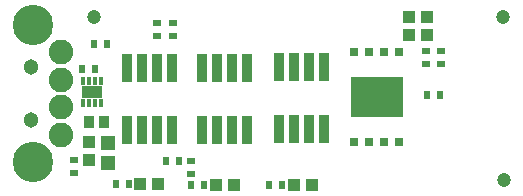
<source format=gts>
G75*
%MOIN*%
%OFA0B0*%
%FSLAX25Y25*%
%IPPOS*%
%LPD*%
%AMOC8*
5,1,8,0,0,1.08239X$1,22.5*
%
%ADD10C,0.08200*%
%ADD11C,0.13461*%
%ADD12C,0.05131*%
%ADD13R,0.03200X0.09500*%
%ADD14C,0.04737*%
%ADD15R,0.03950X0.03950*%
%ADD16R,0.02756X0.02362*%
%ADD17R,0.01784X0.02769*%
%ADD18R,0.07099X0.04343*%
%ADD19R,0.03556X0.04343*%
%ADD20R,0.02362X0.02756*%
%ADD21R,0.04737X0.05131*%
%ADD22R,0.02572X0.02965*%
%ADD23R,0.17729X0.13398*%
D10*
X0080928Y0025070D03*
X0080928Y0034413D03*
X0080928Y0043287D03*
X0080928Y0052630D03*
D11*
X0071479Y0016015D03*
X0071479Y0061685D03*
D12*
X0071085Y0047708D03*
X0071085Y0029992D03*
D13*
X0102979Y0026650D03*
X0107979Y0026650D03*
X0112979Y0026650D03*
X0117979Y0026650D03*
X0127979Y0026650D03*
X0132979Y0026650D03*
X0137979Y0026650D03*
X0142979Y0026650D03*
X0153479Y0027150D03*
X0158479Y0027150D03*
X0163479Y0027150D03*
X0168479Y0027150D03*
X0142979Y0047250D03*
X0137979Y0047250D03*
X0132979Y0047250D03*
X0127979Y0047250D03*
X0117979Y0047250D03*
X0112979Y0047250D03*
X0107979Y0047250D03*
X0102979Y0047250D03*
X0153479Y0047750D03*
X0158479Y0047750D03*
X0163479Y0047750D03*
X0168479Y0047750D03*
D14*
X0228229Y0064450D03*
X0091979Y0064450D03*
X0228479Y0009950D03*
D15*
X0164431Y0008450D03*
X0158526Y0008450D03*
X0138431Y0008250D03*
X0132526Y0008250D03*
X0113181Y0008800D03*
X0107276Y0008800D03*
X0090229Y0016747D03*
X0090229Y0022653D03*
X0196979Y0058497D03*
X0202979Y0058497D03*
X0202979Y0064403D03*
X0196979Y0064403D03*
D16*
X0202479Y0053115D03*
X0207479Y0053115D03*
X0207479Y0048785D03*
X0202479Y0048785D03*
X0118129Y0058035D03*
X0112829Y0058035D03*
X0112829Y0062365D03*
X0118129Y0062365D03*
X0124179Y0016265D03*
X0124179Y0011935D03*
X0085379Y0012385D03*
X0085379Y0016715D03*
D17*
X0088276Y0035710D03*
X0090244Y0035710D03*
X0092213Y0035710D03*
X0094181Y0035710D03*
X0094181Y0043190D03*
X0092213Y0043190D03*
X0090244Y0043190D03*
X0088276Y0043190D03*
D18*
X0091229Y0039450D03*
D19*
X0090170Y0029450D03*
X0095288Y0029450D03*
D20*
X0115763Y0016300D03*
X0120094Y0016300D03*
X0124363Y0008300D03*
X0128694Y0008300D03*
X0150313Y0008450D03*
X0154644Y0008450D03*
X0103444Y0008800D03*
X0099113Y0008800D03*
X0092144Y0046900D03*
X0087813Y0046900D03*
X0092063Y0055450D03*
X0096394Y0055450D03*
X0203013Y0038250D03*
X0207344Y0038250D03*
D21*
X0096679Y0022546D03*
X0096679Y0015854D03*
D22*
X0178646Y0022683D03*
X0183646Y0022683D03*
X0188646Y0022683D03*
X0193646Y0022683D03*
X0193646Y0052683D03*
X0188646Y0052683D03*
X0183646Y0052683D03*
X0178646Y0052683D03*
D23*
X0186146Y0037683D03*
M02*

</source>
